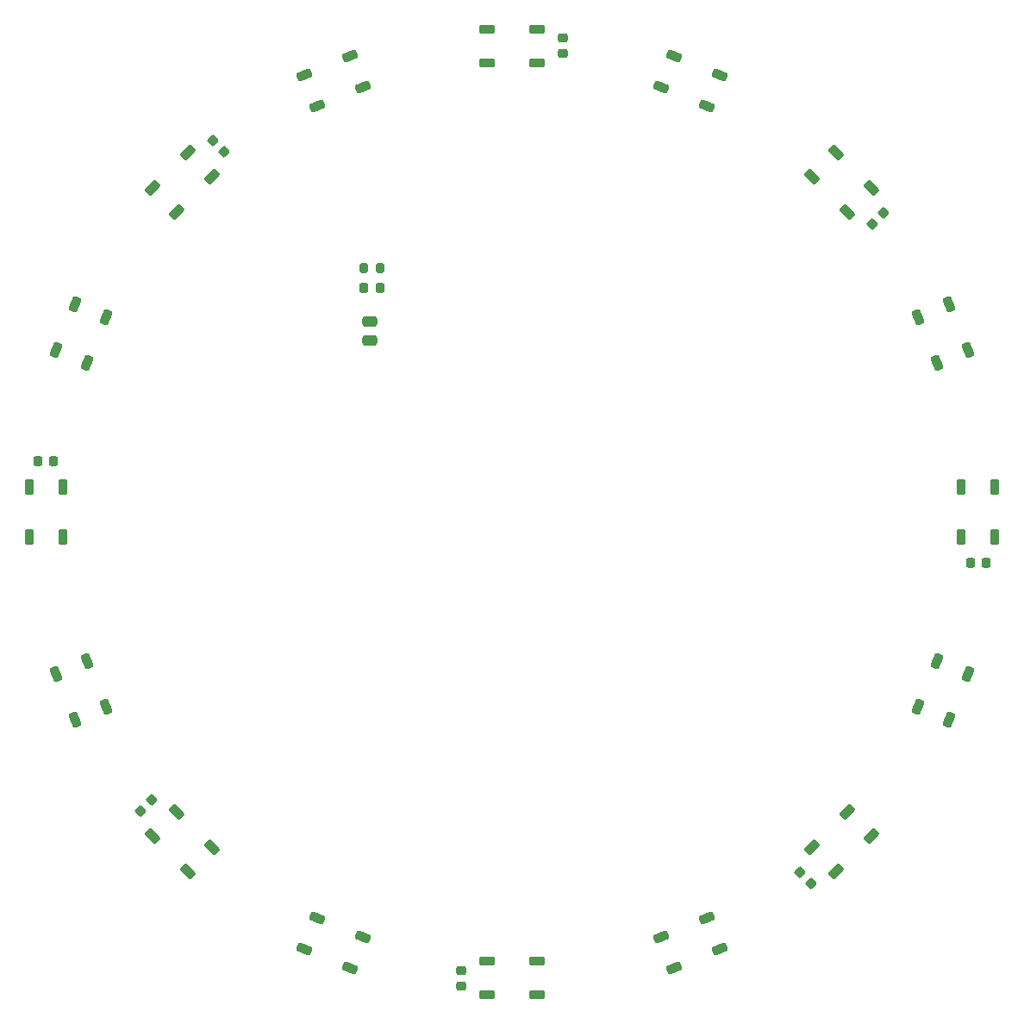
<source format=gbr>
%TF.GenerationSoftware,KiCad,Pcbnew,7.0.6*%
%TF.CreationDate,2023-12-16T12:44:14+09:00*%
%TF.ProjectId,BallSensor_TSSP58038_20230330,42616c6c-5365-46e7-936f-725f54535350,rev?*%
%TF.SameCoordinates,Original*%
%TF.FileFunction,Paste,Top*%
%TF.FilePolarity,Positive*%
%FSLAX46Y46*%
G04 Gerber Fmt 4.6, Leading zero omitted, Abs format (unit mm)*
G04 Created by KiCad (PCBNEW 7.0.6) date 2023-12-16 12:44:14*
%MOMM*%
%LPD*%
G01*
G04 APERTURE LIST*
G04 Aperture macros list*
%AMRoundRect*
0 Rectangle with rounded corners*
0 $1 Rounding radius*
0 $2 $3 $4 $5 $6 $7 $8 $9 X,Y pos of 4 corners*
0 Add a 4 corners polygon primitive as box body*
4,1,4,$2,$3,$4,$5,$6,$7,$8,$9,$2,$3,0*
0 Add four circle primitives for the rounded corners*
1,1,$1+$1,$2,$3*
1,1,$1+$1,$4,$5*
1,1,$1+$1,$6,$7*
1,1,$1+$1,$8,$9*
0 Add four rect primitives between the rounded corners*
20,1,$1+$1,$2,$3,$4,$5,0*
20,1,$1+$1,$4,$5,$6,$7,0*
20,1,$1+$1,$6,$7,$8,$9,0*
20,1,$1+$1,$8,$9,$2,$3,0*%
G04 Aperture macros list end*
%ADD10RoundRect,0.225000X0.212132X0.530330X-0.530330X-0.212132X-0.212132X-0.530330X0.530330X0.212132X0*%
%ADD11RoundRect,0.225000X0.250000X-0.225000X0.250000X0.225000X-0.250000X0.225000X-0.250000X-0.225000X0*%
%ADD12RoundRect,0.225000X-0.571141X-0.006964X0.398933X-0.408782X0.571141X0.006964X-0.398933X0.408782X0*%
%ADD13RoundRect,0.225000X0.408782X-0.398933X0.006964X0.571141X-0.408782X0.398933X-0.006964X-0.571141X0*%
%ADD14RoundRect,0.200000X-0.200000X-0.275000X0.200000X-0.275000X0.200000X0.275000X-0.200000X0.275000X0*%
%ADD15RoundRect,0.225000X0.225000X0.250000X-0.225000X0.250000X-0.225000X-0.250000X0.225000X-0.250000X0*%
%ADD16RoundRect,0.225000X0.398933X0.408782X-0.571141X0.006964X-0.398933X-0.408782X0.571141X-0.006964X0*%
%ADD17RoundRect,0.225000X-0.530330X0.212132X0.212132X-0.530330X0.530330X-0.212132X-0.212132X0.530330X0*%
%ADD18RoundRect,0.250000X0.475000X-0.250000X0.475000X0.250000X-0.475000X0.250000X-0.475000X-0.250000X0*%
%ADD19RoundRect,0.225000X-0.225000X0.525000X-0.225000X-0.525000X0.225000X-0.525000X0.225000X0.525000X0*%
%ADD20RoundRect,0.225000X-0.250000X0.225000X-0.250000X-0.225000X0.250000X-0.225000X0.250000X0.225000X0*%
%ADD21RoundRect,0.225000X-0.212132X-0.530330X0.530330X0.212132X0.212132X0.530330X-0.530330X-0.212132X0*%
%ADD22RoundRect,0.225000X-0.335876X-0.017678X-0.017678X-0.335876X0.335876X0.017678X0.017678X0.335876X0*%
%ADD23RoundRect,0.225000X0.225000X-0.525000X0.225000X0.525000X-0.225000X0.525000X-0.225000X-0.525000X0*%
%ADD24RoundRect,0.225000X-0.398933X-0.408782X0.571141X-0.006964X0.398933X0.408782X-0.571141X0.006964X0*%
%ADD25RoundRect,0.225000X0.335876X0.017678X0.017678X0.335876X-0.335876X-0.017678X-0.017678X-0.335876X0*%
%ADD26RoundRect,0.218750X-0.218750X-0.256250X0.218750X-0.256250X0.218750X0.256250X-0.218750X0.256250X0*%
%ADD27RoundRect,0.225000X-0.006964X0.571141X-0.408782X-0.398933X0.006964X-0.571141X0.408782X0.398933X0*%
%ADD28RoundRect,0.225000X-0.525000X-0.225000X0.525000X-0.225000X0.525000X0.225000X-0.525000X0.225000X0*%
%ADD29RoundRect,0.225000X-0.225000X-0.250000X0.225000X-0.250000X0.225000X0.250000X-0.225000X0.250000X0*%
%ADD30RoundRect,0.225000X0.006964X-0.571141X0.408782X0.398933X-0.006964X0.571141X-0.408782X-0.398933X0*%
%ADD31RoundRect,0.225000X0.525000X0.225000X-0.525000X0.225000X-0.525000X-0.225000X0.525000X-0.225000X0*%
%ADD32RoundRect,0.225000X0.571141X0.006964X-0.398933X0.408782X-0.571141X-0.006964X0.398933X-0.408782X0*%
%ADD33RoundRect,0.225000X-0.408782X0.398933X-0.006964X-0.571141X0.408782X-0.398933X0.006964X0.571141X0*%
%ADD34RoundRect,0.225000X-0.017678X0.335876X-0.335876X0.017678X0.017678X-0.335876X0.335876X-0.017678X0*%
%ADD35RoundRect,0.225000X0.017678X-0.335876X0.335876X-0.017678X-0.017678X0.335876X-0.335876X0.017678X0*%
%ADD36RoundRect,0.225000X0.530330X-0.212132X-0.212132X0.530330X-0.530330X0.212132X0.212132X-0.530330X0*%
G04 APERTURE END LIST*
D10*
%TO.C,D12*%
X136249628Y-131505805D03*
X133916175Y-129172352D03*
X130451352Y-132637175D03*
X132784805Y-134970628D03*
%TD*%
D11*
%TO.C,C18*%
X105965000Y-53111000D03*
X105965000Y-54661000D03*
%TD*%
D12*
%TO.C,D17*%
X116859824Y-54910341D03*
X115596968Y-57959144D03*
X120123978Y-59834293D03*
X121386834Y-56785490D03*
%TD*%
D13*
%TO.C,D7*%
X58064490Y-120107834D03*
X61113293Y-118844978D03*
X59238144Y-114317968D03*
X56189341Y-115580824D03*
%TD*%
D14*
%TO.C,R1*%
X86390000Y-75705000D03*
X88040000Y-75705000D03*
%TD*%
D15*
%TO.C,C20*%
X55940000Y-94686000D03*
X54390000Y-94686000D03*
%TD*%
D16*
%TO.C,D11*%
X121386834Y-142586509D03*
X120123978Y-139537706D03*
X115596968Y-141412855D03*
X116859824Y-144461658D03*
%TD*%
D17*
%TO.C,D16*%
X132784805Y-64401371D03*
X130451352Y-66734824D03*
X133916175Y-70199647D03*
X136249628Y-67866194D03*
%TD*%
D18*
%TO.C,BYPS*%
X86995000Y-82865000D03*
X86995000Y-80965000D03*
%TD*%
D19*
%TO.C,D14*%
X148415000Y-97236000D03*
X145115000Y-97236000D03*
X145115000Y-102136000D03*
X148415000Y-102136000D03*
%TD*%
D20*
%TO.C,C22*%
X95965000Y-144711000D03*
X95965000Y-146261000D03*
%TD*%
D21*
%TO.C,D4*%
X65680371Y-67866194D03*
X68013824Y-70199647D03*
X71478647Y-66734824D03*
X69145194Y-64401371D03*
%TD*%
D22*
%TO.C,C23*%
X129266948Y-135059016D03*
X130362964Y-136155032D03*
%TD*%
D23*
%TO.C,D6*%
X53515000Y-102136000D03*
X56815000Y-102136000D03*
X56815000Y-97236000D03*
X53515000Y-97236000D03*
%TD*%
D24*
%TO.C,D3*%
X80543165Y-56785490D03*
X81806021Y-59834293D03*
X86333031Y-57959144D03*
X85070175Y-54910341D03*
%TD*%
D25*
%TO.C,C19*%
X72663051Y-64312983D03*
X71567035Y-63216967D03*
%TD*%
D26*
%TO.C,PWR*%
X86427500Y-77686000D03*
X88002500Y-77686000D03*
%TD*%
D27*
%TO.C,D13*%
X145740658Y-115580824D03*
X142691855Y-114317968D03*
X140816706Y-118844978D03*
X143865509Y-120107834D03*
%TD*%
D28*
%TO.C,D2*%
X98515000Y-52236000D03*
X98515000Y-55536000D03*
X103415000Y-55536000D03*
X103415000Y-52236000D03*
%TD*%
D29*
%TO.C,C24*%
X145990000Y-104686000D03*
X147540000Y-104686000D03*
%TD*%
D30*
%TO.C,D5*%
X56189341Y-83791175D03*
X59238144Y-85054031D03*
X61113293Y-80527021D03*
X58064490Y-79264165D03*
%TD*%
D31*
%TO.C,D10*%
X103415000Y-147136000D03*
X103415000Y-143836000D03*
X98515000Y-143836000D03*
X98515000Y-147136000D03*
%TD*%
D32*
%TO.C,D9*%
X85070175Y-144461658D03*
X86333031Y-141412855D03*
X81806021Y-139537706D03*
X80543165Y-142586509D03*
%TD*%
D33*
%TO.C,D15*%
X143865509Y-79264165D03*
X140816706Y-80527021D03*
X142691855Y-85054031D03*
X145740658Y-83791175D03*
%TD*%
D34*
%TO.C,C21*%
X65591983Y-127987948D03*
X64495967Y-129083964D03*
%TD*%
D35*
%TO.C,C25*%
X136338016Y-71384051D03*
X137434032Y-70288035D03*
%TD*%
D36*
%TO.C,D8*%
X69145194Y-134970628D03*
X71478647Y-132637175D03*
X68013824Y-129172352D03*
X65680371Y-131505805D03*
%TD*%
M02*

</source>
